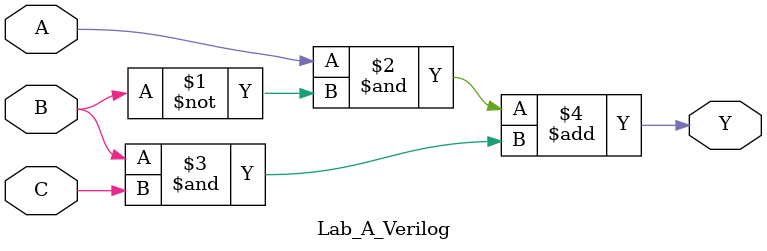
<source format=v>
`timescale 1ns / 1ps
module Lab_A_Verilog(Y,A,B,C);

	output Y;
	input A,B,C;
	
	assign Y = (A&(~B)) + (B&C);

endmodule

</source>
